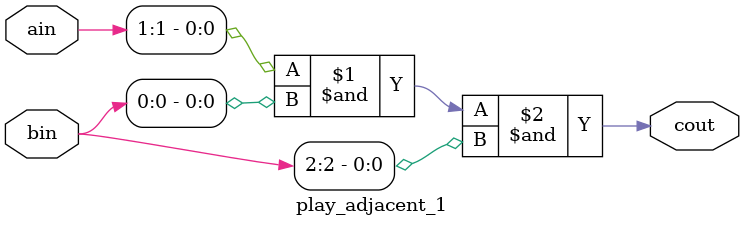
<source format=v>
`timescale 1ns / 1ps
module play_adjacent_1(
	input [2:0] ain, bin,
	output wire cout
	);
	
	assign cout = ain[1] & bin[0] & bin[2] ;  //It checks the middle variable first,
															//then checks the left variable followed by the right variable

endmodule

</source>
